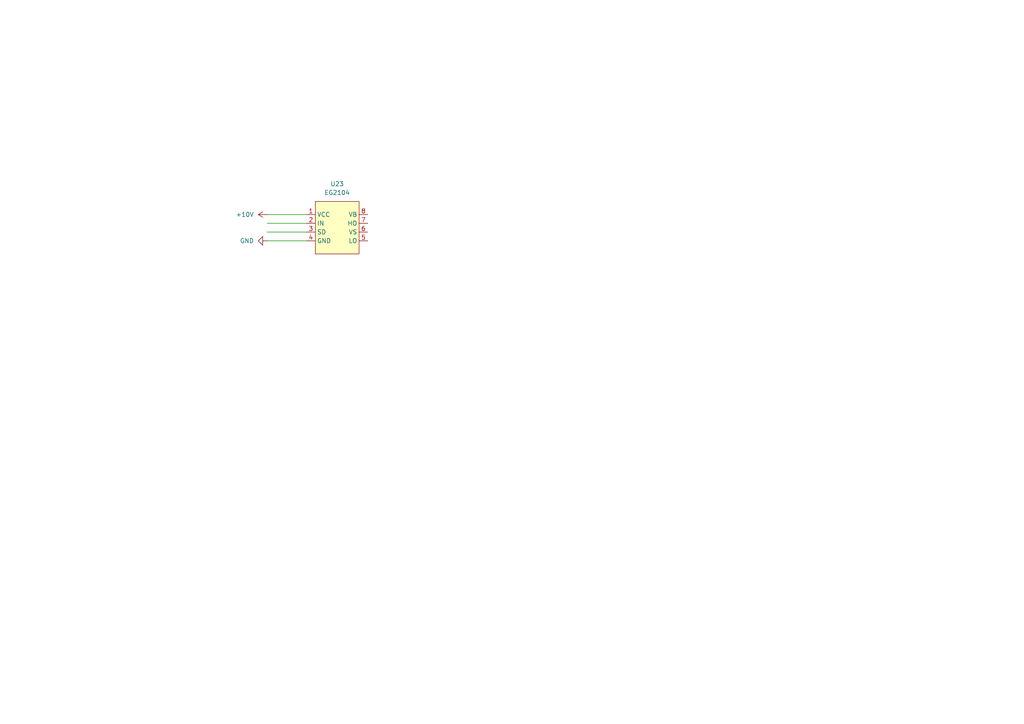
<source format=kicad_sch>
(kicad_sch (version 20250114) (generator "eeschema") (generator_version "9.0")
  (paper "A4")
  (lib_symbols
    (symbol "HPM6280Foc:EG2104"
      (property "Reference" "U" (at -0.254 2.286 0))
      (property "Value" "EG2104" (at 0 0 0))
      (symbol "EG2104_0_0"
        (pin power_in line (at -2.54 -3.81 0) (length 2.54) (name "VCC") (number "1"))
        (pin input line (at -2.54 -6.35 0) (length 2.54) (name "IN") (number "2"))
        (pin input line (at -2.54 -8.89 0) (length 2.54) (name "SD") (number "3"))
        (pin power_in line (at -2.54 -11.43 0) (length 2.54) (name "GND") (number "4"))
        (pin input line (at 15.24 -3.81 180) (length 2.54) (name "VB") (number "8"))
        (pin output line (at 15.24 -6.35 180) (length 2.54) (name "HO") (number "7"))
        (pin input line (at 15.24 -8.89 180) (length 2.54) (name "VS") (number "6"))
        (pin output line (at 15.24 -11.43 180) (length 2.54) (name "LO") (number "5"))
      )
      (symbol "EG2104_1_1"
        (rectangle (start 0 0) (end 12.7 -15.24) (fill (type background)))
      )
    )
    (symbol "power:+10V" (power) (pin_numbers (hide yes)) (pin_names (offset 0) (hide yes))
      (property "Value" "+10V" (at 0 3.556 0))
      (symbol "+10V_0_1"
        (polyline (pts (xy -0.762 1.27) (xy 0 2.54)))
        (polyline (pts (xy 0 2.54) (xy 0.762 1.27)))
        (polyline (pts (xy 0 0) (xy 0 2.54)))
      )
      (symbol "+10V_1_1"
        (pin power_in line (at 0 0 90) (length 0) (name "~") (number "1"))
      )
    )
    (symbol "power:GND" (power) (pin_numbers (hide yes)) (pin_names (offset 0) (hide yes))
      (property "Value" "GND" (at 0 -3.81 0))
      (symbol "GND_0_1"
        (polyline (pts (xy 0 0) (xy 0 -1.27) (xy 1.27 -1.27) (xy 0 -2.54) (xy -1.27 -1.27) (xy 0 -1.27)))
      )
      (symbol "GND_1_1"
        (pin power_in line (at 0 0 270) (length 0) (name "~") (number "1"))
      )
    )
  )
  (wire (pts (xy 77.47 67.31) (xy 88.9 67.31)))
  (wire (pts (xy 77.47 62.23) (xy 88.9 62.23)))
  (wire (pts (xy 77.47 69.85) (xy 88.9 69.85)))
  (wire (pts (xy 77.47 64.77) (xy 88.9 64.77)))
  (symbol (lib_id "HPM6280Foc:EG2104") (at 91.44 58.42 0) (unit 1)
    (property "Reference" "U23" (at 97.79 53.34 0))
    (property "Value" "EG2104" (at 97.79 55.88 0))
    (property "Footprint" "Package_SO:SOP-8_3.9x4.9mm_P1.27mm" (effects (hide yes)))
    (property "Datasheet" "https://www.egmicro.com/static/doc/%E5%8A%9F%E7%8E%87%E9%A9%B1%E5%8A%A8%E8%8A%AF%E7%89%87/%E5%8D%95%E7%9B%B8%E5%8D%8A%E6%A1%A5/EG2104%20%E5%B8%A6SD%E5%8A%9F%E8%83%BD%E9%AB%98%E5%8E%8B600V2A%E5%8D%8A%E6%A1%A5%E9%A9%B1%E5%8A%A8%E8%8A%AF%E7%89%87%E6%95%B0%E6%8D%AE%E6%89%8B%E5%86%8CV1.1.pdf" (effects (hide yes)))
    (property "Description" "带 SD 功能 MOS 管驱动芯片" (effects (hide yes)))
  )
  (symbol (lib_id "power:+10V") (at 77.47 62.23 90) (unit 1)
    (property "Reference" "#PWR0118" (effects (hide yes)))
    (property "Value" "+10V" (at 73.66 62.2299 90) (effects (justify left)))
    (property "Description" "Power symbol creates a global label with name \"+10V\"" (effects (hide yes)))
  )
  (symbol (lib_id "power:GND") (at 77.47 69.85 270) (unit 1)
    (property "Reference" "#PWR0119" (effects (hide yes)))
    (property "Value" "GND" (at 73.66 69.8499 90) (effects (justify right)))
    (property "Description" "Power symbol creates a global label with name \"GND\" , ground" (effects (hide yes)))
  )
)
</source>
